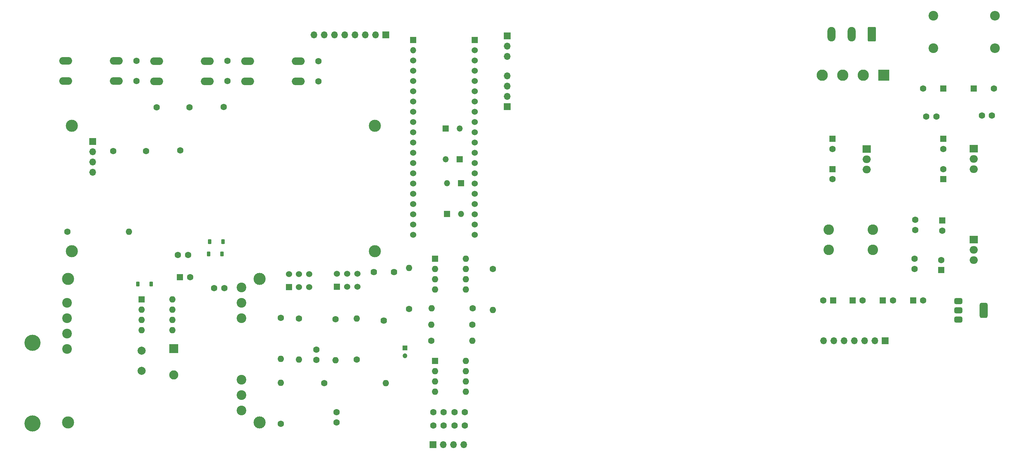
<source format=gbr>
%TF.GenerationSoftware,KiCad,Pcbnew,8.0.3*%
%TF.CreationDate,2024-11-22T15:21:49+07:00*%
%TF.ProjectId,oscilloscope,6f736369-6c6c-46f7-9363-6f70652e6b69,rev?*%
%TF.SameCoordinates,Original*%
%TF.FileFunction,Soldermask,Bot*%
%TF.FilePolarity,Negative*%
%FSLAX46Y46*%
G04 Gerber Fmt 4.6, Leading zero omitted, Abs format (unit mm)*
G04 Created by KiCad (PCBNEW 8.0.3) date 2024-11-22 15:21:49*
%MOMM*%
%LPD*%
G01*
G04 APERTURE LIST*
G04 Aperture macros list*
%AMRoundRect*
0 Rectangle with rounded corners*
0 $1 Rounding radius*
0 $2 $3 $4 $5 $6 $7 $8 $9 X,Y pos of 4 corners*
0 Add a 4 corners polygon primitive as box body*
4,1,4,$2,$3,$4,$5,$6,$7,$8,$9,$2,$3,0*
0 Add four circle primitives for the rounded corners*
1,1,$1+$1,$2,$3*
1,1,$1+$1,$4,$5*
1,1,$1+$1,$6,$7*
1,1,$1+$1,$8,$9*
0 Add four rect primitives between the rounded corners*
20,1,$1+$1,$2,$3,$4,$5,0*
20,1,$1+$1,$4,$5,$6,$7,0*
20,1,$1+$1,$6,$7,$8,$9,0*
20,1,$1+$1,$8,$9,$2,$3,0*%
%AMHorizOval*
0 Thick line with rounded ends*
0 $1 width*
0 $2 $3 position (X,Y) of the first rounded end (center of the circle)*
0 $4 $5 position (X,Y) of the second rounded end (center of the circle)*
0 Add line between two ends*
20,1,$1,$2,$3,$4,$5,0*
0 Add two circle primitives to create the rounded ends*
1,1,$1,$2,$3*
1,1,$1,$4,$5*%
G04 Aperture macros list end*
%ADD10R,1.600000X1.600000*%
%ADD11C,1.600000*%
%ADD12R,1.700000X1.700000*%
%ADD13O,1.700000X1.700000*%
%ADD14O,1.600000X1.600000*%
%ADD15R,1.500000X1.500000*%
%ADD16O,1.500000X1.500000*%
%ADD17O,3.200000X1.900000*%
%ADD18R,2.000000X1.905000*%
%ADD19O,2.000000X1.905000*%
%ADD20C,2.600000*%
%ADD21C,3.000000*%
%ADD22C,2.400000*%
%ADD23R,2.250000X2.250000*%
%ADD24C,2.250000*%
%ADD25C,2.000000*%
%ADD26C,4.000000*%
%ADD27R,1.524000X1.524000*%
%ADD28C,1.524000*%
%ADD29O,2.400000X2.400000*%
%ADD30O,1.524000X1.524000*%
%ADD31R,1.200000X1.200000*%
%ADD32C,1.200000*%
%ADD33RoundRect,0.250000X0.750000X1.550000X-0.750000X1.550000X-0.750000X-1.550000X0.750000X-1.550000X0*%
%ADD34O,2.000000X3.600000*%
%ADD35HorizOval,1.600000X0.000000X0.000000X0.000000X0.000000X0*%
%ADD36R,2.800000X2.800000*%
%ADD37C,2.800000*%
%ADD38C,1.620000*%
%ADD39RoundRect,0.375000X-0.625000X-0.375000X0.625000X-0.375000X0.625000X0.375000X-0.625000X0.375000X0*%
%ADD40RoundRect,0.500000X-0.500000X-1.400000X0.500000X-1.400000X0.500000X1.400000X-0.500000X1.400000X0*%
%ADD41RoundRect,0.225000X-0.225000X-0.375000X0.225000X-0.375000X0.225000X0.375000X-0.225000X0.375000X0*%
G04 APERTURE END LIST*
D10*
%TO.C,C30*%
X71067621Y-100392500D03*
D11*
X73567621Y-100392500D03*
%TD*%
D12*
%TO.C,REF\u002A\u002A*%
X133697621Y-141892500D03*
D13*
X136237621Y-141892500D03*
X138777621Y-141892500D03*
X141317621Y-141892500D03*
%TD*%
D11*
%TO.C,C3*%
X82827621Y-51782500D03*
X82827621Y-46782500D03*
%TD*%
D10*
%TO.C,C6*%
X260067621Y-76142500D03*
D11*
X260067621Y-73642500D03*
%TD*%
%TO.C,C28*%
X253067621Y-88692500D03*
X253067621Y-86192500D03*
%TD*%
%TO.C,C27*%
X255817621Y-60642500D03*
X258317621Y-60642500D03*
%TD*%
%TO.C,R9*%
X114817621Y-120802500D03*
D14*
X114817621Y-110642500D03*
%TD*%
D11*
%TO.C,R14*%
X96067621Y-110522500D03*
D14*
X96067621Y-120682500D03*
%TD*%
D10*
%TO.C,C7*%
X267567621Y-53642500D03*
D11*
X272567621Y-53642500D03*
%TD*%
D15*
%TO.C,D3*%
X140667621Y-77142500D03*
D16*
X140667621Y-84762500D03*
%TD*%
D11*
%TO.C,C2*%
X105327621Y-51902500D03*
X105327621Y-46902500D03*
%TD*%
D17*
%TO.C,SW1*%
X42827621Y-46782500D03*
X55327621Y-46782500D03*
X42827621Y-51782500D03*
X55327621Y-51782500D03*
%TD*%
D11*
%TO.C,R7*%
X100567621Y-110642500D03*
D14*
X100567621Y-120802500D03*
%TD*%
D15*
%TO.C,D7*%
X136827621Y-63587500D03*
D16*
X136827621Y-71207500D03*
%TD*%
D18*
%TO.C,U3*%
X267567621Y-91102500D03*
D19*
X267567621Y-93642500D03*
X267567621Y-96182500D03*
%TD*%
D10*
%TO.C,U6*%
X61567621Y-105892500D03*
D14*
X61567621Y-108432500D03*
X61567621Y-110972500D03*
X61567621Y-113512500D03*
X69187621Y-113512500D03*
X69187621Y-110972500D03*
X69187621Y-108432500D03*
X69187621Y-105892500D03*
%TD*%
D11*
%TO.C,R17*%
X133317621Y-116142500D03*
D14*
X143477621Y-116142500D03*
%TD*%
D11*
%TO.C,C25*%
X139067621Y-137142500D03*
X141567621Y-137142500D03*
%TD*%
D12*
%TO.C,J2*%
X152067621Y-40642500D03*
D13*
X152067621Y-43182500D03*
X152067621Y-45722500D03*
%TD*%
D12*
%TO.C,J6*%
X122067621Y-40392500D03*
D13*
X119527621Y-40392500D03*
X116987621Y-40392500D03*
X114447621Y-40392500D03*
X111907621Y-40392500D03*
X109367621Y-40392500D03*
X106827621Y-40392500D03*
X104287621Y-40392500D03*
%TD*%
D20*
%TO.C,L2*%
X231667621Y-88642500D03*
X231667621Y-93642500D03*
%TD*%
D12*
%TO.C,J3*%
X152067621Y-58182500D03*
D13*
X152067621Y-55642500D03*
X152067621Y-53102500D03*
X152067621Y-50562500D03*
%TD*%
D17*
%TO.C,SW2*%
X87827621Y-46902500D03*
X100327621Y-46902500D03*
X87827621Y-51902500D03*
X100327621Y-51902500D03*
%TD*%
D10*
%TO.C,U5*%
X134267621Y-95842500D03*
D14*
X134267621Y-98382500D03*
X134267621Y-100922500D03*
X134267621Y-103462500D03*
X141887621Y-103462500D03*
X141887621Y-100922500D03*
X141887621Y-98382500D03*
X141887621Y-95842500D03*
%TD*%
D11*
%TO.C,C21*%
X104817621Y-120892500D03*
X104817621Y-118392500D03*
%TD*%
D21*
%TO.C,RELAY1*%
X90772621Y-100832500D03*
X43401621Y-100832500D03*
X90772621Y-136392500D03*
X43401621Y-136392500D03*
D22*
X43147621Y-106732500D03*
X43147621Y-110542500D03*
X43147621Y-114352500D03*
X43147621Y-118162500D03*
X86327621Y-102922500D03*
X86327621Y-106732500D03*
X86327621Y-110542500D03*
X86327621Y-125782500D03*
X86327621Y-129592500D03*
X86327621Y-133402500D03*
%TD*%
D10*
%TO.C,C11*%
X232817621Y-106142500D03*
D11*
X230317621Y-106142500D03*
%TD*%
%TO.C,R10*%
X127817621Y-108302500D03*
D14*
X127817621Y-98142500D03*
%TD*%
D23*
%TO.C,SW6*%
X69567621Y-118142500D03*
D24*
X69567621Y-124642500D03*
%TD*%
D10*
%TO.C,C13*%
X245067621Y-106142500D03*
D11*
X247567621Y-106142500D03*
%TD*%
D10*
%TO.C,C10*%
X232567621Y-73642500D03*
D11*
X232567621Y-76142500D03*
%TD*%
%TO.C,C22*%
X109817621Y-136392500D03*
X109817621Y-133892500D03*
%TD*%
D25*
%TO.C,C23*%
X61567621Y-123642500D03*
X61567621Y-118642500D03*
%TD*%
D10*
%TO.C,C8*%
X260067621Y-53642500D03*
D11*
X255067621Y-53642500D03*
%TD*%
D26*
%TO.C,J5*%
X34567621Y-116642500D03*
X34567621Y-136642500D03*
%TD*%
D10*
%TO.C,C9*%
X232567621Y-66142500D03*
D11*
X232567621Y-68642500D03*
%TD*%
D27*
%TO.C,SW5*%
X98067621Y-102842500D03*
D28*
X100567621Y-102842500D03*
X98067621Y-99642500D03*
X100567621Y-99642500D03*
X103067621Y-102842500D03*
X103067621Y-99642500D03*
%TD*%
D22*
%TO.C,R5*%
X257567621Y-43642500D03*
D29*
X272807621Y-43642500D03*
%TD*%
D27*
%TO.C,STM32-1*%
X128827621Y-41622500D03*
D30*
X128827621Y-44162500D03*
D28*
X128827621Y-46702500D03*
X128827621Y-49242500D03*
X128827621Y-51782500D03*
X128827621Y-54322500D03*
X128827621Y-56862500D03*
X128827621Y-59402500D03*
X128827621Y-61942500D03*
X128827621Y-64482500D03*
X128827621Y-67022500D03*
X128827621Y-69562500D03*
X128827621Y-72102500D03*
X128827621Y-74642500D03*
X128827621Y-77182500D03*
X128827621Y-79722500D03*
X128827621Y-82262500D03*
X128827621Y-84802500D03*
X128827621Y-87342500D03*
X128827621Y-89882500D03*
X144067621Y-89882500D03*
X144067621Y-87342500D03*
X144067621Y-84802500D03*
X144067621Y-82262500D03*
X144067621Y-79722500D03*
X144067621Y-77182500D03*
X144067621Y-74642500D03*
X144067621Y-72102500D03*
X144067621Y-69562500D03*
X144067621Y-67022500D03*
X144067621Y-64482500D03*
X144067621Y-61942500D03*
X144067621Y-59402500D03*
X144067621Y-56862500D03*
X144067621Y-54322500D03*
X144067621Y-51782500D03*
X144067621Y-49242500D03*
X144067621Y-46702500D03*
X144067621Y-44162500D03*
D27*
X144067621Y-41622500D03*
%TD*%
D11*
%TO.C,R12*%
X109567621Y-110812500D03*
D14*
X109567621Y-120972500D03*
%TD*%
D11*
%TO.C,C18*%
X139067621Y-133892500D03*
X141567621Y-133892500D03*
%TD*%
D31*
%TO.C,C19*%
X126817621Y-117892500D03*
D32*
X126817621Y-119892500D03*
%TD*%
D10*
%TO.C,C15*%
X252567621Y-106142500D03*
D11*
X255067621Y-106142500D03*
%TD*%
D33*
%TO.C,J4*%
X242317621Y-40170000D03*
D34*
X237317621Y-40170000D03*
X232317621Y-40170000D03*
%TD*%
D27*
%TO.C,SW4*%
X109967621Y-102742500D03*
D28*
X112467621Y-102742500D03*
X109967621Y-99542500D03*
X112467621Y-99542500D03*
X114967621Y-102742500D03*
X114967621Y-99542500D03*
%TD*%
D11*
%TO.C,C20*%
X82067621Y-103142500D03*
X79567621Y-103142500D03*
%TD*%
%TO.C,R1*%
X54539467Y-69142500D03*
D35*
X65315774Y-58366193D03*
%TD*%
D15*
%TO.C,D2*%
X137167621Y-84772500D03*
D16*
X137167621Y-77152500D03*
%TD*%
D10*
%TO.C,C4*%
X237567621Y-106142500D03*
D11*
X240067621Y-106142500D03*
%TD*%
%TO.C,C1*%
X60327621Y-51782500D03*
X60327621Y-46782500D03*
%TD*%
D36*
%TO.C,D1*%
X245317621Y-50392500D03*
D37*
X240237621Y-50392500D03*
X235157621Y-50392500D03*
X230077621Y-50392500D03*
%TD*%
D11*
%TO.C,C29*%
X252967621Y-95842500D03*
X252967621Y-98342500D03*
%TD*%
%TO.C,C24*%
X136317621Y-137142500D03*
X133817621Y-137142500D03*
%TD*%
D10*
%TO.C,C5*%
X260067621Y-66142500D03*
D11*
X260067621Y-68642500D03*
%TD*%
D18*
%TO.C,U2*%
X241067621Y-68642500D03*
D19*
X241067621Y-71182500D03*
X241067621Y-73722500D03*
%TD*%
D11*
%TO.C,R6*%
X143487621Y-112142500D03*
D14*
X133327621Y-112142500D03*
%TD*%
D11*
%TO.C,C26*%
X272067621Y-60392500D03*
X269567621Y-60392500D03*
%TD*%
%TO.C,C17*%
X136317621Y-133892500D03*
X133817621Y-133892500D03*
%TD*%
D10*
%TO.C,C14*%
X259567621Y-98642500D03*
D11*
X259567621Y-96142500D03*
%TD*%
D10*
%TO.C,U7*%
X134197621Y-121122500D03*
D14*
X134197621Y-123662500D03*
X134197621Y-126202500D03*
X134197621Y-128742500D03*
X141817621Y-128742500D03*
X141817621Y-126202500D03*
X141817621Y-123662500D03*
X141817621Y-121122500D03*
%TD*%
D20*
%TO.C,L1*%
X242567621Y-88642500D03*
X242567621Y-93642500D03*
%TD*%
D21*
%TO.C,LCD1*%
X44328521Y-62932500D03*
X44328521Y-93933200D03*
X119327101Y-93933200D03*
X119327621Y-62932500D03*
D12*
X49447621Y-66782500D03*
D13*
X49447621Y-69322500D03*
X49447621Y-71862500D03*
X49447621Y-74402500D03*
%TD*%
D38*
%TO.C,RV1*%
X124067621Y-99142500D03*
X121567621Y-111142500D03*
X119067621Y-99142500D03*
%TD*%
D18*
%TO.C,U1*%
X267567621Y-68602500D03*
D19*
X267567621Y-71142500D03*
X267567621Y-73682500D03*
%TD*%
D11*
%TO.C,R11*%
X148567621Y-98392500D03*
D14*
X148567621Y-108552500D03*
%TD*%
D11*
%TO.C,R8*%
X143567621Y-108142500D03*
D14*
X133407621Y-108142500D03*
%TD*%
D15*
%TO.C,D8*%
X140327621Y-71217500D03*
D16*
X140327621Y-63597500D03*
%TD*%
D11*
%TO.C,R16*%
X96067621Y-136722500D03*
D14*
X96067621Y-126562500D03*
%TD*%
D11*
%TO.C,R3*%
X62667621Y-69142500D03*
D35*
X73443928Y-58366193D03*
%TD*%
D17*
%TO.C,SW3*%
X65327621Y-46902500D03*
X77827621Y-46902500D03*
X65327621Y-51902500D03*
X77827621Y-51902500D03*
%TD*%
D12*
%TO.C,REF\u002A\u002A*%
X245607621Y-116142500D03*
D13*
X243067621Y-116142500D03*
X240527621Y-116142500D03*
X237987621Y-116142500D03*
X235447621Y-116142500D03*
X232907621Y-116142500D03*
X230367621Y-116142500D03*
%TD*%
D11*
%TO.C,R13*%
X43197621Y-89142500D03*
D14*
X58437621Y-89142500D03*
%TD*%
D10*
%TO.C,C12*%
X259817621Y-86392500D03*
D11*
X259817621Y-88892500D03*
%TD*%
%TO.C,C16*%
X73067621Y-94892500D03*
X70567621Y-94892500D03*
%TD*%
D22*
%TO.C,R4*%
X257567621Y-35642500D03*
D29*
X272807621Y-35642500D03*
%TD*%
D11*
%TO.C,R15*%
X106817621Y-126642500D03*
D14*
X122057621Y-126642500D03*
%TD*%
D11*
%TO.C,R2*%
X71151314Y-68978807D03*
D35*
X81927621Y-58202500D03*
%TD*%
D39*
%TO.C,U4*%
X263767621Y-110942500D03*
X263767621Y-108642500D03*
D40*
X270067621Y-108642500D03*
D39*
X263767621Y-106342500D03*
%TD*%
D41*
%TO.C,D6*%
X78167621Y-94642500D03*
X81467621Y-94642500D03*
%TD*%
%TO.C,D5*%
X78417621Y-91642500D03*
X81717621Y-91642500D03*
%TD*%
%TO.C,D4*%
X60667621Y-102142500D03*
X63967621Y-102142500D03*
%TD*%
M02*

</source>
